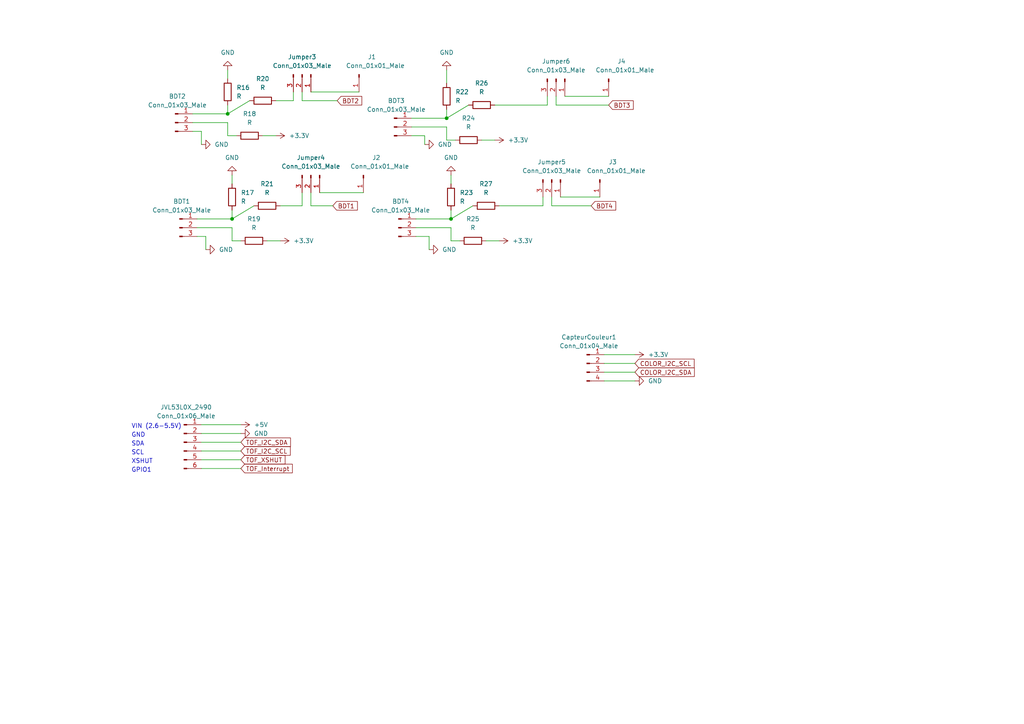
<source format=kicad_sch>
(kicad_sch (version 20211123) (generator eeschema)
  (paper "A4")
  (lib_symbols
    (symbol "Connector:Conn_01x01_Male" (pin_names (offset 1.016) hide)
      (property "Reference" "J" (at 0 2.54 0))
      (property "Value" "Conn_01x01_Male" (at 0 -2.54 0))
      (symbol "Conn_01x01_Male_1_1"
        (polyline (pts (xy 1.27 0) (xy 0.8636 0)) (stroke (width 0.1524)))
        (rectangle (start 0.8636 0.127) (end 0 -0.127) (stroke (width 0.1524)) (fill (type outline)))
        (pin passive line (at 5.08 0 180) (length 3.81) (name "Pin_1") (number "1"))
      )
    )
    (symbol "Connector:Conn_01x03_Male" (pin_names (offset 1.016) hide)
      (property "Reference" "J" (at 0 5.08 0))
      (property "Value" "Conn_01x03_Male" (at 0 -5.08 0))
      (symbol "Conn_01x03_Male_1_1"
        (polyline (pts (xy 1.27 -2.54) (xy 0.8636 -2.54)) (stroke (width 0.1524)))
        (polyline (pts (xy 1.27 0) (xy 0.8636 0)) (stroke (width 0.1524)))
        (polyline (pts (xy 1.27 2.54) (xy 0.8636 2.54)) (stroke (width 0.1524)))
        (rectangle (start 0.8636 -2.413) (end 0 -2.667) (stroke (width 0.1524)) (fill (type outline)))
        (rectangle (start 0.8636 0.127) (end 0 -0.127) (stroke (width 0.1524)) (fill (type outline)))
        (rectangle (start 0.8636 2.667) (end 0 2.413) (stroke (width 0.1524)) (fill (type outline)))
        (pin passive line (at 5.08 2.54 180) (length 3.81) (name "Pin_1") (number "1"))
        (pin passive line (at 5.08 0 180) (length 3.81) (name "Pin_2") (number "2"))
        (pin passive line (at 5.08 -2.54 180) (length 3.81) (name "Pin_3") (number "3"))
      )
    )
    (symbol "Connector:Conn_01x04_Male" (pin_names (offset 1.016) hide)
      (property "Reference" "J" (at 0 5.08 0))
      (property "Value" "Conn_01x04_Male" (at 0 -7.62 0))
      (symbol "Conn_01x04_Male_1_1"
        (polyline (pts (xy 1.27 -5.08) (xy 0.8636 -5.08)) (stroke (width 0.1524)))
        (polyline (pts (xy 1.27 -2.54) (xy 0.8636 -2.54)) (stroke (width 0.1524)))
        (polyline (pts (xy 1.27 0) (xy 0.8636 0)) (stroke (width 0.1524)))
        (polyline (pts (xy 1.27 2.54) (xy 0.8636 2.54)) (stroke (width 0.1524)))
        (rectangle (start 0.8636 -4.953) (end 0 -5.207) (stroke (width 0.1524)) (fill (type outline)))
        (rectangle (start 0.8636 -2.413) (end 0 -2.667) (stroke (width 0.1524)) (fill (type outline)))
        (rectangle (start 0.8636 0.127) (end 0 -0.127) (stroke (width 0.1524)) (fill (type outline)))
        (rectangle (start 0.8636 2.667) (end 0 2.413) (stroke (width 0.1524)) (fill (type outline)))
        (pin passive line (at 5.08 2.54 180) (length 3.81) (name "Pin_1") (number "1"))
        (pin passive line (at 5.08 0 180) (length 3.81) (name "Pin_2") (number "2"))
        (pin passive line (at 5.08 -2.54 180) (length 3.81) (name "Pin_3") (number "3"))
        (pin passive line (at 5.08 -5.08 180) (length 3.81) (name "Pin_4") (number "4"))
      )
    )
    (symbol "Connector:Conn_01x06_Male" (pin_names (offset 1.016) hide)
      (property "Reference" "J" (at 0 7.62 0))
      (property "Value" "Conn_01x06_Male" (at 0 -10.16 0))
      (symbol "Conn_01x06_Male_1_1"
        (polyline (pts (xy 1.27 -7.62) (xy 0.8636 -7.62)) (stroke (width 0.1524)))
        (polyline (pts (xy 1.27 -5.08) (xy 0.8636 -5.08)) (stroke (width 0.1524)))
        (polyline (pts (xy 1.27 -2.54) (xy 0.8636 -2.54)) (stroke (width 0.1524)))
        (polyline (pts (xy 1.27 0) (xy 0.8636 0)) (stroke (width 0.1524)))
        (polyline (pts (xy 1.27 2.54) (xy 0.8636 2.54)) (stroke (width 0.1524)))
        (polyline (pts (xy 1.27 5.08) (xy 0.8636 5.08)) (stroke (width 0.1524)))
        (rectangle (start 0.8636 -7.493) (end 0 -7.747) (stroke (width 0.1524)) (fill (type outline)))
        (rectangle (start 0.8636 -4.953) (end 0 -5.207) (stroke (width 0.1524)) (fill (type outline)))
        (rectangle (start 0.8636 -2.413) (end 0 -2.667) (stroke (width 0.1524)) (fill (type outline)))
        (rectangle (start 0.8636 0.127) (end 0 -0.127) (stroke (width 0.1524)) (fill (type outline)))
        (rectangle (start 0.8636 2.667) (end 0 2.413) (stroke (width 0.1524)) (fill (type outline)))
        (rectangle (start 0.8636 5.207) (end 0 4.953) (stroke (width 0.1524)) (fill (type outline)))
        (pin passive line (at 5.08 5.08 180) (length 3.81) (name "Pin_1") (number "1"))
        (pin passive line (at 5.08 2.54 180) (length 3.81) (name "Pin_2") (number "2"))
        (pin passive line (at 5.08 0 180) (length 3.81) (name "Pin_3") (number "3"))
        (pin passive line (at 5.08 -2.54 180) (length 3.81) (name "Pin_4") (number "4"))
        (pin passive line (at 5.08 -5.08 180) (length 3.81) (name "Pin_5") (number "5"))
        (pin passive line (at 5.08 -7.62 180) (length 3.81) (name "Pin_6") (number "6"))
      )
    )
    (symbol "Device:R" (pin_numbers hide) (pin_names (offset 0))
      (property "Reference" "R" (at 2.032 0 90))
      (property "Value" "R" (at 0 0 90))
      (symbol "R_0_1"
        (rectangle (start -1.016 -2.54) (end 1.016 2.54) (stroke (width 0.254)))
      )
      (symbol "R_1_1"
        (pin passive line (at 0 3.81 270) (length 1.27) (name "~") (number "1"))
        (pin passive line (at 0 -3.81 90) (length 1.27) (name "~") (number "2"))
      )
    )
    (symbol "power:+3.3V" (power) (pin_names (offset 0))
      (property "Value" "+3.3V" (at 0 3.556 0))
      (symbol "+3.3V_0_1"
        (polyline (pts (xy -0.762 1.27) (xy 0 2.54)))
        (polyline (pts (xy 0 0) (xy 0 2.54)))
        (polyline (pts (xy 0 2.54) (xy 0.762 1.27)))
      )
      (symbol "+3.3V_1_1"
        (pin power_in line (at 0 0 90) (length 0) hide (name "+3.3V") (number "1"))
      )
    )
    (symbol "power:+5V" (power) (pin_names (offset 0))
      (property "Value" "+5V" (at 0 3.556 0))
      (symbol "+5V_0_1"
        (polyline (pts (xy -0.762 1.27) (xy 0 2.54)))
        (polyline (pts (xy 0 0) (xy 0 2.54)))
        (polyline (pts (xy 0 2.54) (xy 0.762 1.27)))
      )
      (symbol "+5V_1_1"
        (pin power_in line (at 0 0 90) (length 0) hide (name "+5V") (number "1"))
      )
    )
    (symbol "power:GND" (power) (pin_names (offset 0))
      (property "Value" "GND" (at 0 -3.81 0))
      (symbol "GND_0_1"
        (polyline (pts (xy 0 0) (xy 0 -1.27) (xy 1.27 -1.27) (xy 0 -2.54) (xy -1.27 -1.27) (xy 0 -1.27)))
      )
      (symbol "GND_1_1"
        (pin power_in line (at 0 0 270) (length 0) hide (name "GND") (number "1"))
      )
    )
  )
  (junction (at 129.54 34.29))
  (junction (at 66.04 33.02))
  (junction (at 130.81 63.5))
  (junction (at 67.31 63.5))
  (wire (pts (xy 66.04 30.48) (xy 66.04 33.02)))
  (wire (pts (xy 162.56 57.15) (xy 173.99 57.15)))
  (wire (pts (xy 81.28 59.69) (xy 87.63 59.69)))
  (wire (pts (xy 57.15 66.04) (xy 67.31 66.04)))
  (wire (pts (xy 58.42 133.35) (xy 69.85 133.35)))
  (wire (pts (xy 66.04 33.02) (xy 72.39 29.21)))
  (wire (pts (xy 58.42 130.81) (xy 69.85 130.81)))
  (wire (pts (xy 57.15 63.5) (xy 67.31 63.5)))
  (wire (pts (xy 85.09 26.67) (xy 85.09 29.21)))
  (wire (pts (xy 160.02 59.69) (xy 171.45 59.69)))
  (wire (pts (xy 90.17 26.67) (xy 104.14 26.67)))
  (wire (pts (xy 124.46 68.58) (xy 124.46 72.39)))
  (wire (pts (xy 90.17 59.69) (xy 96.52 59.69)))
  (wire (pts (xy 175.26 102.87) (xy 184.15 102.87)))
  (wire (pts (xy 67.31 60.96) (xy 67.31 63.5)))
  (wire (pts (xy 119.38 34.29) (xy 129.54 34.29)))
  (wire (pts (xy 130.81 50.8) (xy 130.81 53.34)))
  (wire (pts (xy 119.38 39.37) (xy 123.19 39.37)))
  (wire (pts (xy 129.54 31.75) (xy 129.54 34.29)))
  (wire (pts (xy 129.54 36.83) (xy 129.54 40.64)))
  (wire (pts (xy 163.83 27.94) (xy 176.53 27.94)))
  (wire (pts (xy 87.63 29.21) (xy 97.79 29.21)))
  (wire (pts (xy 157.48 59.69) (xy 157.48 57.15)))
  (wire (pts (xy 66.04 39.37) (xy 68.58 39.37)))
  (wire (pts (xy 143.51 30.48) (xy 158.75 30.48)))
  (wire (pts (xy 67.31 50.8) (xy 67.31 53.34)))
  (wire (pts (xy 67.31 66.04) (xy 67.31 69.85)))
  (wire (pts (xy 120.65 68.58) (xy 124.46 68.58)))
  (wire (pts (xy 175.26 105.41) (xy 184.15 105.41)))
  (wire (pts (xy 129.54 20.32) (xy 129.54 24.13)))
  (wire (pts (xy 160.02 57.15) (xy 160.02 59.69)))
  (wire (pts (xy 58.42 38.1) (xy 58.42 41.91)))
  (wire (pts (xy 66.04 20.32) (xy 66.04 22.86)))
  (wire (pts (xy 67.31 63.5) (xy 73.66 59.69)))
  (wire (pts (xy 144.78 59.69) (xy 157.48 59.69)))
  (wire (pts (xy 119.38 36.83) (xy 129.54 36.83)))
  (wire (pts (xy 92.71 55.88) (xy 105.41 55.88)))
  (wire (pts (xy 90.17 55.88) (xy 90.17 59.69)))
  (wire (pts (xy 76.2 39.37) (xy 80.01 39.37)))
  (wire (pts (xy 175.26 110.49) (xy 184.15 110.49)))
  (wire (pts (xy 161.29 30.48) (xy 176.53 30.48)))
  (wire (pts (xy 67.31 69.85) (xy 69.85 69.85)))
  (wire (pts (xy 58.42 123.19) (xy 69.85 123.19)))
  (wire (pts (xy 120.65 66.04) (xy 130.81 66.04)))
  (wire (pts (xy 120.65 63.5) (xy 130.81 63.5)))
  (wire (pts (xy 87.63 26.67) (xy 87.63 29.21)))
  (wire (pts (xy 55.88 33.02) (xy 66.04 33.02)))
  (wire (pts (xy 66.04 35.56) (xy 66.04 39.37)))
  (wire (pts (xy 161.29 27.94) (xy 161.29 30.48)))
  (wire (pts (xy 158.75 30.48) (xy 158.75 27.94)))
  (wire (pts (xy 85.09 29.21) (xy 80.01 29.21)))
  (wire (pts (xy 139.7 40.64) (xy 143.51 40.64)))
  (wire (pts (xy 130.81 66.04) (xy 130.81 69.85)))
  (wire (pts (xy 130.81 60.96) (xy 130.81 63.5)))
  (wire (pts (xy 123.19 39.37) (xy 123.19 41.91)))
  (wire (pts (xy 58.42 128.27) (xy 69.85 128.27)))
  (wire (pts (xy 58.42 125.73) (xy 69.85 125.73)))
  (wire (pts (xy 55.88 35.56) (xy 66.04 35.56)))
  (wire (pts (xy 130.81 69.85) (xy 133.35 69.85)))
  (wire (pts (xy 58.42 135.89) (xy 69.85 135.89)))
  (wire (pts (xy 57.15 68.58) (xy 59.69 68.58)))
  (wire (pts (xy 129.54 40.64) (xy 132.08 40.64)))
  (wire (pts (xy 55.88 38.1) (xy 58.42 38.1)))
  (wire (pts (xy 87.63 59.69) (xy 87.63 55.88)))
  (wire (pts (xy 140.97 69.85) (xy 144.78 69.85)))
  (wire (pts (xy 175.26 107.95) (xy 184.15 107.95)))
  (wire (pts (xy 77.47 69.85) (xy 81.28 69.85)))
  (wire (pts (xy 129.54 34.29) (xy 135.89 30.48)))
  (wire (pts (xy 59.69 68.58) (xy 59.69 72.39)))
  (wire (pts (xy 130.81 63.5) (xy 137.16 59.69)))
  (text "SDA" (at 38.1 129.54 0) (effects (font (size 1.27 1.27)) (justify left bottom)))
  (text "VIN (2.6-5.5V)" (at 38.1 124.46 0) (effects (font (size 1.27 1.27)) (justify left bottom)))
  (text "GPIO1" (at 38.1 137.16 0) (effects (font (size 1.27 1.27)) (justify left bottom)))
  (text "GND" (at 38.1 127 0) (effects (font (size 1.27 1.27)) (justify left bottom)))
  (text "XSHUT" (at 38.1 134.62 0) (effects (font (size 1.27 1.27)) (justify left bottom)))
  (text "SCL" (at 38.1 132.08 0) (effects (font (size 1.27 1.27)) (justify left bottom)))
  (global_label "BDT2" (shape input) (at 97.79 29.21 0) (property "Intersheet References" "${INTERSHEET_REFS}" (effects hide)))
  (global_label "TOF_Interrupt" (shape input) (at 69.85 135.89 0) (property "Intersheet References" "${INTERSHEET_REFS}" (effects hide)))
  (global_label "TOF_I2C_SDA" (shape input) (at 69.85 128.27 0) (property "Intersheet References" "${INTERSHEET_REFS}" (effects hide)))
  (global_label "TOF_XSHUT" (shape input) (at 69.85 133.35 0) (property "Intersheet References" "${INTERSHEET_REFS}" (effects hide)))
  (global_label "COLOR_I2C_SCL" (shape input) (at 184.15 105.41 0) (property "Intersheet References" "${INTERSHEET_REFS}" (effects hide)))
  (global_label "COLOR_I2C_SDA" (shape input) (at 184.15 107.95 0) (property "Intersheet References" "${INTERSHEET_REFS}" (effects hide)))
  (global_label "BDT1" (shape input) (at 96.52 59.69 0) (property "Intersheet References" "${INTERSHEET_REFS}" (effects hide)))
  (global_label "BDT4" (shape input) (at 171.45 59.69 0) (property "Intersheet References" "${INTERSHEET_REFS}" (effects hide)))
  (global_label "BDT3" (shape input) (at 176.53 30.48 0) (property "Intersheet References" "${INTERSHEET_REFS}" (effects hide)))
  (global_label "TOF_I2C_SCL" (shape input) (at 69.85 130.81 0) (property "Intersheet References" "${INTERSHEET_REFS}" (effects hide)))
  (symbol (lib_id "Connector:Conn_01x03_Male") (at 52.07 66.04 0) (unit 1)
    (property "Reference" "BDT1" (at 52.705 58.42 0))
    (property "Value" "Conn_01x03_Male" (at 52.705 60.96 0))
    (property "Footprint" "Connector_PinHeader_2.54mm:PinHeader_1x03_P2.54mm_Vertical" (effects hide))
  )
  (symbol (lib_id "Connector:Conn_01x03_Male") (at 114.3 36.83 0) (unit 1)
    (property "Reference" "BDT3" (at 114.935 29.21 0))
    (property "Value" "Conn_01x03_Male" (at 114.935 31.75 0))
    (property "Footprint" "Connector_PinHeader_2.54mm:PinHeader_1x03_P2.54mm_Vertical" (effects hide))
  )
  (symbol (lib_id "power:+3.3V") (at 144.78 69.85 270) (unit 1)
    (property "Reference" "#PWR0156" (effects hide))
    (property "Value" "+3.3V" (at 148.59 69.8499 90) (effects (justify left)))
  )
  (symbol (lib_id "power:GND") (at 69.85 125.73 90) (unit 1)
    (property "Reference" "#PWR0154" (effects hide))
    (property "Value" "GND" (at 73.66 125.7299 90) (effects (justify right)))
  )
  (symbol (lib_id "Connector:Conn_01x06_Male") (at 53.34 128.27 0) (unit 1)
    (property "Reference" "JVL53L0X_2490" (at 53.975 118.11 0))
    (property "Value" "Conn_01x06_Male" (at 53.975 120.65 0))
    (property "Footprint" "Connector_PinHeader_2.54mm:PinHeader_1x06_P2.54mm_Vertical" (effects hide))
  )
  (symbol (lib_id "power:GND") (at 124.46 72.39 90) (unit 1)
    (property "Reference" "#PWR0144" (effects hide))
    (property "Value" "GND" (at 128.27 72.3899 90) (effects (justify right)))
  )
  (symbol (lib_id "power:GND") (at 59.69 72.39 90) (unit 1)
    (property "Reference" "#PWR0153" (effects hide))
    (property "Value" "GND" (at 63.5 72.3899 90) (effects (justify right)))
  )
  (symbol (lib_id "Connector:Conn_01x01_Male") (at 105.41 50.8 270) (unit 1)
    (property "Reference" "J2" (at 107.95 45.72 90) (effects (justify left)))
    (property "Value" "Conn_01x01_Male" (at 101.6 48.26 90) (effects (justify left)))
    (property "Footprint" "Connector_PinHeader_2.54mm:PinHeader_1x01_P2.54mm_Vertical" (effects hide))
  )
  (symbol (lib_id "Device:R") (at 135.89 40.64 270) (unit 1)
    (property "Reference" "R24" (at 135.89 34.29 90))
    (property "Value" "R" (at 135.89 36.83 90))
    (property "Footprint" "Resistor_SMD:R_0603_1608Metric_Pad0.98x0.95mm_HandSolder" (effects hide))
  )
  (symbol (lib_id "Device:R") (at 76.2 29.21 270) (unit 1)
    (property "Reference" "R20" (at 76.2 22.86 90))
    (property "Value" "R" (at 76.2 25.4 90))
    (property "Footprint" "Resistor_SMD:R_0603_1608Metric_Pad0.98x0.95mm_HandSolder" (effects hide))
  )
  (symbol (lib_id "power:GND") (at 130.81 50.8 180) (unit 1)
    (property "Reference" "#PWR0146" (effects hide))
    (property "Value" "GND" (at 130.81 45.72 0))
  )
  (symbol (lib_id "Device:R") (at 66.04 26.67 180) (unit 1)
    (property "Reference" "R16" (at 68.58 25.3999 0) (effects (justify right)))
    (property "Value" "R" (at 68.58 27.9399 0) (effects (justify right)))
    (property "Footprint" "Resistor_SMD:R_0603_1608Metric_Pad0.98x0.95mm_HandSolder" (effects hide))
  )
  (symbol (lib_id "Device:R") (at 77.47 59.69 270) (unit 1)
    (property "Reference" "R21" (at 77.47 53.34 90))
    (property "Value" "R" (at 77.47 55.88 90))
    (property "Footprint" "Resistor_SMD:R_0603_1608Metric_Pad0.98x0.95mm_HandSolder" (effects hide))
  )
  (symbol (lib_id "Connector:Conn_01x01_Male") (at 173.99 52.07 270) (unit 1)
    (property "Reference" "J3" (at 176.53 46.99 90) (effects (justify left)))
    (property "Value" "Conn_01x01_Male" (at 170.18 49.53 90) (effects (justify left)))
    (property "Footprint" "Connector_PinHeader_2.54mm:PinHeader_1x01_P2.54mm_Vertical" (effects hide))
  )
  (symbol (lib_id "Connector:Conn_01x03_Male") (at 115.57 66.04 0) (unit 1)
    (property "Reference" "BDT4" (at 116.205 58.42 0))
    (property "Value" "Conn_01x03_Male" (at 116.205 60.96 0))
    (property "Footprint" "Connector_PinHeader_2.54mm:PinHeader_1x03_P2.54mm_Vertical" (effects hide))
  )
  (symbol (lib_id "Device:R") (at 72.39 39.37 270) (unit 1)
    (property "Reference" "R18" (at 72.39 33.02 90))
    (property "Value" "R" (at 72.39 35.56 90))
    (property "Footprint" "Resistor_SMD:R_0603_1608Metric_Pad0.98x0.95mm_HandSolder" (effects hide))
  )
  (symbol (lib_id "power:+3.3V") (at 184.15 102.87 270) (unit 1)
    (property "Reference" "#PWR0173" (effects hide))
    (property "Value" "+3.3V" (at 187.96 102.8699 90) (effects (justify left)))
  )
  (symbol (lib_id "power:GND") (at 66.04 20.32 180) (unit 1)
    (property "Reference" "#PWR0150" (effects hide))
    (property "Value" "GND" (at 66.04 15.24 0))
  )
  (symbol (lib_id "Connector:Conn_01x01_Male") (at 104.14 21.59 270) (unit 1)
    (property "Reference" "J1" (at 106.68 16.51 90) (effects (justify left)))
    (property "Value" "Conn_01x01_Male" (at 100.33 19.05 90) (effects (justify left)))
    (property "Footprint" "Connector_PinHeader_2.54mm:PinHeader_1x01_P2.54mm_Vertical" (effects hide))
  )
  (symbol (lib_id "power:GND") (at 123.19 41.91 90) (unit 1)
    (property "Reference" "#PWR0145" (effects hide))
    (property "Value" "GND" (at 127 41.9099 90) (effects (justify right)))
  )
  (symbol (lib_id "power:GND") (at 67.31 50.8 180) (unit 1)
    (property "Reference" "#PWR0148" (effects hide))
    (property "Value" "GND" (at 67.31 45.72 0))
  )
  (symbol (lib_id "Device:R") (at 73.66 69.85 270) (unit 1)
    (property "Reference" "R19" (at 73.66 63.5 90))
    (property "Value" "R" (at 73.66 66.04 90))
    (property "Footprint" "Resistor_SMD:R_0603_1608Metric_Pad0.98x0.95mm_HandSolder" (effects hide))
  )
  (symbol (lib_id "Connector:Conn_01x03_Male") (at 90.17 50.8 270) (unit 1)
    (property "Reference" "Jumper4" (at 90.17 45.72 90))
    (property "Value" "Conn_01x03_Male" (at 90.17 48.26 90))
    (property "Footprint" "Connector_PinHeader_2.54mm:PinHeader_1x03_P2.54mm_Vertical_SMD_Pin1Left" (effects hide))
  )
  (symbol (lib_id "Connector:Conn_01x03_Male") (at 87.63 21.59 270) (unit 1)
    (property "Reference" "Jumper3" (at 87.63 16.51 90))
    (property "Value" "Conn_01x03_Male" (at 87.63 19.05 90))
    (property "Footprint" "Connector_PinHeader_2.54mm:PinHeader_1x03_P2.54mm_Vertical_SMD_Pin1Left" (effects hide))
  )
  (symbol (lib_id "power:GND") (at 58.42 41.91 90) (unit 1)
    (property "Reference" "#PWR0149" (effects hide))
    (property "Value" "GND" (at 62.23 41.9099 90) (effects (justify right)))
  )
  (symbol (lib_id "power:GND") (at 129.54 20.32 180) (unit 1)
    (property "Reference" "#PWR0147" (effects hide))
    (property "Value" "GND" (at 129.54 15.24 0))
  )
  (symbol (lib_id "Device:R") (at 139.7 30.48 270) (unit 1)
    (property "Reference" "R26" (at 139.7 24.13 90))
    (property "Value" "R" (at 139.7 26.67 90))
    (property "Footprint" "Resistor_SMD:R_0603_1608Metric_Pad0.98x0.95mm_HandSolder" (effects hide))
  )
  (symbol (lib_id "Device:R") (at 140.97 59.69 270) (unit 1)
    (property "Reference" "R27" (at 140.97 53.34 90))
    (property "Value" "R" (at 140.97 55.88 90))
    (property "Footprint" "Resistor_SMD:R_0603_1608Metric_Pad0.98x0.95mm_HandSolder" (effects hide))
  )
  (symbol (lib_id "Device:R") (at 67.31 57.15 180) (unit 1)
    (property "Reference" "R17" (at 69.85 55.8799 0) (effects (justify right)))
    (property "Value" "R" (at 69.85 58.4199 0) (effects (justify right)))
    (property "Footprint" "Resistor_SMD:R_0603_1608Metric_Pad0.98x0.95mm_HandSolder" (effects hide))
  )
  (symbol (lib_id "Device:R") (at 129.54 27.94 180) (unit 1)
    (property "Reference" "R22" (at 132.08 26.6699 0) (effects (justify right)))
    (property "Value" "R" (at 132.08 29.2099 0) (effects (justify right)))
    (property "Footprint" "Resistor_SMD:R_0603_1608Metric_Pad0.98x0.95mm_HandSolder" (effects hide))
  )
  (symbol (lib_id "Connector:Conn_01x03_Male") (at 161.29 22.86 270) (unit 1)
    (property "Reference" "Jumper6" (at 161.29 17.78 90))
    (property "Value" "Conn_01x03_Male" (at 161.29 20.32 90))
    (property "Footprint" "Connector_PinHeader_2.54mm:PinHeader_1x03_P2.54mm_Vertical_SMD_Pin1Left" (effects hide))
  )
  (symbol (lib_id "power:+5V") (at 69.85 123.19 270) (unit 1)
    (property "Reference" "#PWR0155" (effects hide))
    (property "Value" "+5V" (at 73.66 123.1899 90) (effects (justify left)))
  )
  (symbol (lib_id "Device:R") (at 130.81 57.15 180) (unit 1)
    (property "Reference" "R23" (at 133.35 55.8799 0) (effects (justify right)))
    (property "Value" "R" (at 133.35 58.4199 0) (effects (justify right)))
    (property "Footprint" "Resistor_SMD:R_0603_1608Metric_Pad0.98x0.95mm_HandSolder" (effects hide))
  )
  (symbol (lib_id "power:+3.3V") (at 80.01 39.37 270) (unit 1)
    (property "Reference" "#PWR0151" (effects hide))
    (property "Value" "+3.3V" (at 83.82 39.3699 90) (effects (justify left)))
  )
  (symbol (lib_id "power:+3.3V") (at 143.51 40.64 270) (unit 1)
    (property "Reference" "#PWR0157" (effects hide))
    (property "Value" "+3.3V" (at 147.32 40.6399 90) (effects (justify left)))
  )
  (symbol (lib_id "Connector:Conn_01x04_Male") (at 170.18 105.41 0) (unit 1)
    (property "Reference" "CapteurCouleur1" (at 170.815 97.79 0))
    (property "Value" "Conn_01x04_Male" (at 170.815 100.33 0))
    (property "Footprint" "Connector_PinHeader_2.54mm:PinHeader_1x04_P2.54mm_Vertical" (effects hide))
  )
  (symbol (lib_id "power:+3.3V") (at 81.28 69.85 270) (unit 1)
    (property "Reference" "#PWR0152" (effects hide))
    (property "Value" "+3.3V" (at 85.09 69.8499 90) (effects (justify left)))
  )
  (symbol (lib_id "Connector:Conn_01x03_Male") (at 160.02 52.07 270) (unit 1)
    (property "Reference" "Jumper5" (at 160.02 46.99 90))
    (property "Value" "Conn_01x03_Male" (at 160.02 49.53 90))
    (property "Footprint" "Connector_PinHeader_2.54mm:PinHeader_1x03_P2.54mm_Vertical_SMD_Pin1Left" (effects hide))
  )
  (symbol (lib_id "Device:R") (at 137.16 69.85 270) (unit 1)
    (property "Reference" "R25" (at 137.16 63.5 90))
    (property "Value" "R" (at 137.16 66.04 90))
    (property "Footprint" "Resistor_SMD:R_0603_1608Metric_Pad0.98x0.95mm_HandSolder" (effects hide))
  )
  (symbol (lib_id "power:GND") (at 184.15 110.49 90) (unit 1)
    (property "Reference" "#PWR0174" (effects hide))
    (property "Value" "GND" (at 187.96 110.4899 90) (effects (justify right)))
  )
  (symbol (lib_id "Connector:Conn_01x03_Male") (at 50.8 35.56 0) (unit 1)
    (property "Reference" "BDT2" (at 51.435 27.94 0))
    (property "Value" "Conn_01x03_Male" (at 51.435 30.48 0))
    (property "Footprint" "Connector_PinHeader_2.54mm:PinHeader_1x03_P2.54mm_Vertical" (effects hide))
  )
  (symbol (lib_id "Connector:Conn_01x01_Male") (at 176.53 22.86 270) (unit 1)
    (property "Reference" "J4" (at 179.07 17.78 90) (effects (justify left)))
    (property "Value" "Conn_01x01_Male" (at 172.72 20.32 90) (effects (justify left)))
    (property "Footprint" "Connector_PinHeader_2.54mm:PinHeader_1x01_P2.54mm_Vertical" (effects hide))
  )
)
</source>
